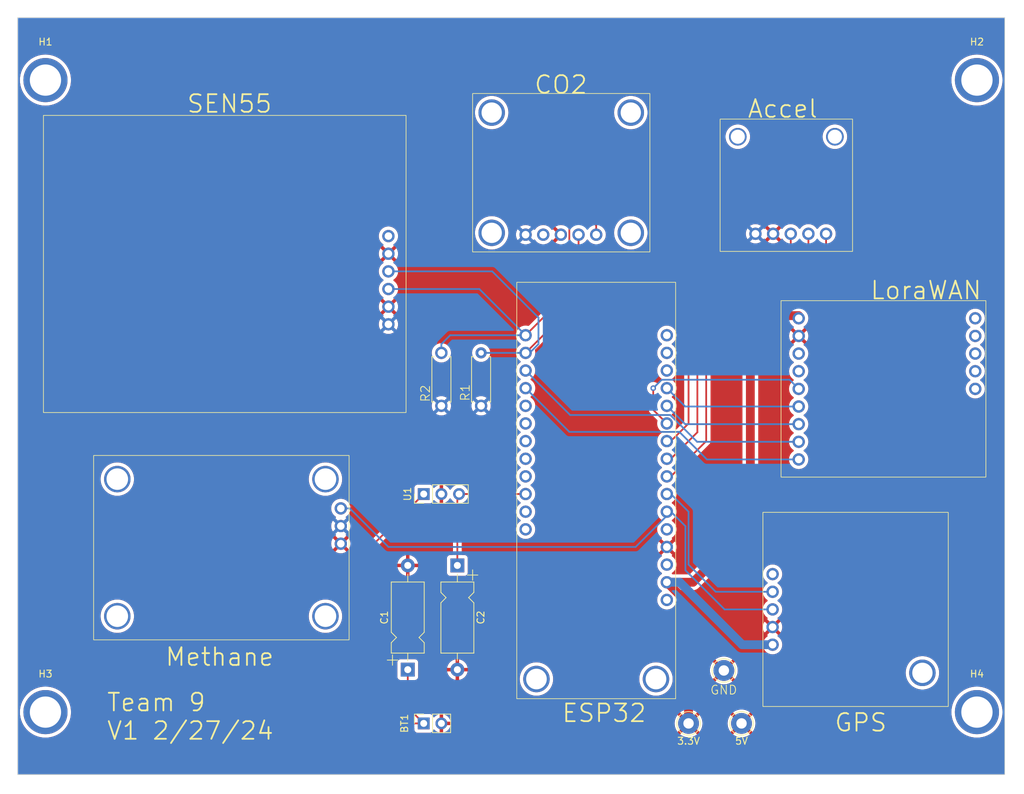
<source format=kicad_pcb>
(kicad_pcb (version 20221018) (generator pcbnew)
  (layers (0 "F.Cu" signal) (31 "B.Cu" signal) (34 "B.Paste" user) (35 "F.Paste" user) (36 "B.SilkS" user "B.Silkscreen") (37 "F.SilkS" user "F.Silkscreen") (38 "B.Mask" user) (39 "F.Mask" user) (44 "Edge.Cuts" user))
  (net 0 "")
  (net 1 "+5V")
  (net 2 "Net-(CO2-SCL)")
  (net 3 "Net-(CO2-SDA)")
  (net 4 "GND")
  (net 5 "Net-(Accelerometer1-Zout)")
  (net 6 "Net-(Accelerometer1-Yout)")
  (net 7 "Net-(Accelerometer1-Xout)")
  (net 10 "Net-(ESP32-WROOM-32E1-TX)")
  (net 11 "Net-(ESP32-WROOM-32E1-RX)")
  (net 12 "+3.3V")
  (net 14 "Net-(ESP32-WROOM-32E1-SCK)")
  (net 15 "Net-(ESP32-WROOM-32E1-MISO)")
  (net 16 "Net-(ESP32-WROOM-32E1-MOSI)")
  (net 17 "Net-(ESP32-WROOM-32E1-D04)")
  (net 18 "Net-(ESP32-WROOM-32E1-D06)")
  (net 24 "Net-(BT1-+)")
  (net 25 "Net-(ESP32-WROOM-32E1-A2)")
  (net 39 "Net-(ESP32-WROOM-32E1-VBUS{slash}LED)")
  (footprint "my-sensors:SEN55" (layer "F.Cu") (at 106.68 107.6468 180)
    (fp_text reference "SEN55" (at 25.4 44.45 unlocked) (layer "F.SilkS") (effects (font (size 2.54 2.54) (thickness 0.254))))
    (fp_text value "~")
    (fp_rect (start 0 0) (end 52.1716 42.7736) (stroke (width 0.1)) (fill none) (layer "F.SilkS"))
    (pad "1" thru_hole circle (at 2.54 12.7 180) (size 1.778 1.778) (drill 1.0922) (layers "*.Cu" "*.Mask") (net 1 "+5V"))
    (pad "2" thru_hole circle (at 2.54 15.24 180) (size 1.778 1.778) (drill 1.0922) (layers "*.Cu" "*.Mask") (net 4 "GND"))
    (pad "3" thru_hole circle (at 2.54 17.78 180) (size 1.778 1.778) (drill 1.0922) (layers "*.Cu" "*.Mask") (net 3 "Net-(CO2-SDA)"))
    (pad "4" thru_hole circle (at 2.54 20.32 180) (size 1.778 1.778) (drill 1.0922) (layers "*.Cu" "*.Mask") (net 2 "Net-(CO2-SCL)"))
    (pad "5" thru_hole circle (at 2.54 22.86 180) (size 1.778 1.778) (drill 1.0922) (layers "*.Cu" "*.Mask") (net 4 "GND"))
    (pad "6" thru_hole circle (at 2.54 25.4 180) (size 1.778 1.778) (drill 1.0922) (layers "*.Cu" "*.Mask"))
  )
  (footprint "Connector_PinSocket_2.54mm:PinSocket_1x02_P2.54mm_Vertical" (layer "F.Cu") (at 109.22 152.4 90)
    (fp_text reference "BT1" (at 0 -2.77 90) (layer "F.SilkS"))
    (fp_text value "Battery")
    (fp_line (start -1.33 1.27) (end -1.33 3.87) (stroke (width 0.12)) (layer "F.SilkS"))
    (fp_line (start -1.33 1.27) (end 1.33 1.27) (stroke (width 0.12)) (layer "F.SilkS"))
    (fp_line (start -1.33 3.87) (end 1.33 3.87) (stroke (width 0.12)) (layer "F.SilkS"))
    (fp_line (start 0 -1.33) (end 1.33 -1.33) (stroke (width 0.12)) (layer "F.SilkS"))
    (fp_line (start 1.33 -1.33) (end 1.33 0) (stroke (width 0.12)) (layer "F.SilkS"))
    (fp_line (start 1.33 1.27) (end 1.33 3.87) (stroke (width 0.12)) (layer "F.SilkS"))
    (pad "1" thru_hole rect (at 0 0 90) (size 1.7 1.7) (drill 1) (layers "*.Cu" "*.Mask") (net 24 "Net-(BT1-+)"))
    (pad "2" thru_hole oval (at 0 2.54 90) (size 1.7 1.7) (drill 1) (layers "*.Cu" "*.Mask") (net 4 "GND"))
  )
  (footprint "my-sensors:Methane" (layer "F.Cu") (at 61.7331 113.8285)
    (fp_text reference "Methane3")
    (fp_text value "~")
    (fp_text user "Methane" (at 10.16 30.48 unlocked) (layer "F.SilkS") (effects (font (size 2.54 2.54) (thickness 0.254)) (justify left bottom)))
    (fp_rect (start 0 0) (end 36.7538 26.543) (stroke (width 0.1)) (fill none) (layer "F.SilkS"))
    (pad "1" thru_hole circle (at 35.56 7.62) (size 1.778 1.778) (drill 1.0922) (layers "*.Cu" "*.Mask") (net 25 "Net-(ESP32-WROOM-32E1-A2)"))
    (pad "2" thru_hole circle (at 35.56 10.16) (size 1.778 1.778) (drill 1.0922) (layers "*.Cu" "*.Mask") (net 1 "+5V"))
    (pad "3" thru_hole circle (at 35.56 12.7) (size 1.778 1.778) (drill 1.0922) (layers "*.Cu" "*.Mask") (net 4 "GND"))
    (pad "4" thru_hole circle (at 3.4036 3.4036 270) (size 3.81 3.81) (drill 3.0988) (layers "*.Cu" "*.Mask"))
    (pad "5" thru_hole circle (at 33.3502 3.4036 270) (size 3.81 3.81) (drill 3.0988) (layers "*.Cu" "*.Mask"))
    (pad "6" thru_hole circle (at 3.4036 23.1394 270) (size 3.81 3.81) (drill 3.0988) (layers "*.Cu" "*.Mask"))
    (pad "7" thru_hole circle (at 33.3502 23.1394 270) (size 3.81 3.81) (drill 3.0988) (layers "*.Cu" "*.Mask"))
  )
  (footprint "Resistor_THT:R_Axial_DIN0207_L6.3mm_D2.5mm_P7.62mm_Horizontal" (layer "F.Cu") (at 117.475 106.68 90)
    (fp_text reference "R1" (at 1.905 -2.286 90) (layer "F.SilkS") (effects (font (size 1.27 1.27) (thickness 0.127))))
    (fp_text value "4.7k" hide)
    (fp_line (start 0.54 -1.37) (end 7.08 -1.37) (stroke (width 0.12)) (layer "F.SilkS"))
    (fp_line (start 0.54 -1.04) (end 0.54 -1.37) (stroke (width 0.12)) (layer "F.SilkS"))
    (fp_line (start 0.54 1.04) (end 0.54 1.37) (stroke (width 0.12)) (layer "F.SilkS"))
    (fp_line (start 0.54 1.37) (end 7.08 1.37) (stroke (width 0.12)) (layer "F.SilkS"))
    (fp_line (start 7.08 -1.37) (end 7.08 -1.04) (stroke (width 0.12)) (layer "F.SilkS"))
    (fp_line (start 7.08 1.37) (end 7.08 1.04) (stroke (width 0.12)) (layer "F.SilkS"))
    (pad "1" thru_hole circle (at 0 0 90) (size 1.778 1.778) (drill 1.0922) (layers "*.Cu" "*.Mask") (net 1 "+5V"))
    (pad "2" thru_hole oval (at 7.62 0 90) (size 1.6 1.6) (drill 0.8) (layers "*.Cu" "*.Mask") (net 2 "Net-(CO2-SCL)"))
  )
  (footprint "Capacitor_THT:CP_Axial_L10.0mm_D4.5mm_P15.00mm_Horizontal" (layer "F.Cu") (at 114.0575 129.66 -90)
    (fp_text reference "C2" (at 7.5 -3.37 90) (layer "F.SilkS"))
    (fp_text value "0.1")
    (fp_line (start 0.63 -2.2) (end 2.13 -2.2) (stroke (width 0.12)) (layer "F.SilkS"))
    (fp_line (start 1.24 0) (end 2.38 0) (stroke (width 0.12)) (layer "F.SilkS"))
    (fp_line (start 1.38 -2.95) (end 1.38 -1.45) (stroke (width 0.12)) (layer "F.SilkS"))
    (fp_line (start 2.38 -2.37) (end 2.38 2.37) (stroke (width 0.12)) (layer "F.SilkS"))
    (fp_line (start 2.38 -2.37) (end 3.88 -2.37) (stroke (width 0.12)) (layer "F.SilkS"))
    (fp_line (start 2.38 2.37) (end 3.88 2.37) (stroke (width 0.12)) (layer "F.SilkS"))
    (fp_line (start 3.88 -2.37) (end 4.63 -1.62) (stroke (width 0.12)) (layer "F.SilkS"))
    (fp_line (start 3.88 2.37) (end 4.63 1.62) (stroke (width 0.12)) (layer "F.SilkS"))
    (fp_line (start 4.63 -1.62) (end 5.38 -2.37) (stroke (width 0.12)) (layer "F.SilkS"))
    (fp_line (start 4.63 1.62) (end 5.38 2.37) (stroke (width 0.12)) (layer "F.SilkS"))
    (fp_line (start 5.38 -2.37) (end 12.62 -2.37) (stroke (width 0.12)) (layer "F.SilkS"))
    (fp_line (start 5.38 2.37) (end 12.62 2.37) (stroke (width 0.12)) (layer "F.SilkS"))
    (fp_line (start 12.62 -2.37) (end 12.62 2.37) (stroke (width 0.12)) (layer "F.SilkS"))
    (fp_line (start 13.76 0) (end 12.62 0) (stroke (width 0.12)) (layer "F.SilkS"))
    (pad "1" thru_hole rect (at 0 0 270) (size 2 2) (drill 1) (layers "*.Cu" "*.Mask") (net 39 "Net-(ESP32-WROOM-32E1-VBUS{slash}LED)"))
    (pad "2" thru_hole oval (at 15 0 270) (size 2 2) (drill 1) (layers "*.Cu" "*.Mask") (net 4 "GND"))
  )
  (footprint "MountingHole:MountingHole_4.5mm_Pad" (layer "F.Cu") (at 54.8005 150.7744)
    (fp_text reference "H3" (at 0 -5.5) (layer "F.SilkS"))
    (fp_text value "MountingHole")
    (pad "3" thru_hole circle (at 0 0) (size 6.35 6.35) (drill 4.5) (layers "*.Cu" "*.Mask"))
  )
  (footprint "Resistor_THT:R_Axial_DIN0207_L6.3mm_D2.5mm_P7.62mm_Horizontal" (layer "F.Cu") (at 111.76 106.68 90)
    (fp_text reference "R2" (at 1.778 -2.286 90) (layer "F.SilkS") (effects (font (size 1.27 1.27) (thickness 0.127))))
    (fp_text value "4.7k" hide)
    (fp_line (start 0.54 -1.37) (end 7.08 -1.37) (stroke (width 0.12)) (layer "F.SilkS"))
    (fp_line (start 0.54 -1.04) (end 0.54 -1.37) (stroke (width 0.12)) (layer "F.SilkS"))
    (fp_line (start 0.54 1.04) (end 0.54 1.37) (stroke (width 0.12)) (layer "F.SilkS"))
    (fp_line (start 0.54 1.37) (end 7.08 1.37) (stroke (width 0.12)) (layer "F.SilkS"))
    (fp_line (start 7.08 -1.37) (end 7.08 -1.04) (stroke (width 0.12)) (layer "F.SilkS"))
    (fp_line (start 7.08 1.37) (end 7.08 1.04) (stroke (width 0.12)) (layer "F.SilkS"))
    (pad "1" thru_hole circle (at 0 0 90) (size 1.778 1.778) (drill 1.0922) (layers "*.Cu" "*.Mask") (net 1 "+5V"))
    (pad "2" thru_hole circle (at 7.62 0 90) (size 1.778 1.778) (drill 1.0922) (layers "*.Cu" "*.Mask") (net 3 "Net-(CO2-SDA)"))
  )
  (footprint "Capacitor_THT:CP_Axial_L10.0mm_D4.5mm_P15.00mm_Horizontal" (layer "F.Cu") (at 106.9225 144.66 90)
    (fp_text reference "C1" (at 7.5 -3.37 90) (layer "F.SilkS"))
    (fp_text value "0.22")
    (fp_line (start 0.63 -2.2) (end 2.13 -2.2) (stroke (width 0.12)) (layer "F.SilkS"))
    (fp_line (start 1.24 0) (end 2.38 0) (stroke (width 0.12)) (layer "F.SilkS"))
    (fp_line (start 1.38 -2.95) (end 1.38 -1.45) (stroke (width 0.12)) (layer "F.SilkS"))
    (fp_line (start 2.38 -2.37) (end 2.38 2.37) (stroke (width 0.12)) (layer "F.SilkS"))
    (fp_line (start 2.38 -2.37) (end 3.88 -2.37) (stroke (width 0.12)) (layer "F.SilkS"))
    (fp_line (start 2.38 2.37) (end 3.88 2.37) (stroke (width 0.12)) (layer "F.SilkS"))
    (fp_line (start 3.88 -2.37) (end 4.63 -1.62) (stroke (width 0.12)) (layer "F.SilkS"))
    (fp_line (start 3.88 2.37) (end 4.63 1.62) (stroke (width 0.12)) (layer "F.SilkS"))
    (fp_line (start 4.63 -1.62) (end 5.38 -2.37) (stroke (width 0.12)) (layer "F.SilkS"))
    (fp_line (start 4.63 1.62) (end 5.38 2.37) (stroke (width 0.12)) (layer "F.SilkS"))
    (fp_line (start 5.38 -2.37) (end 12.62 -2.37) (stroke (width 0.12)) (layer "F.SilkS"))
    (fp_line (start 5.38 2.37) (end 12.62 2.37) (stroke (width 0.12)) (layer "F.SilkS"))
    (fp_line (start 12.62 -2.37) (end 12.62 2.37) (stroke (width 0.12)) (layer "F.SilkS"))
    (fp_line (start 13.76 0) (end 12.62 0) (stroke (width 0.12)) (layer "F.SilkS"))
    (pad "1" thru_hole rect (at 0 0 90) (size 2 2) (drill 1) (layers "*.Cu" "*.Mask") (net 24 "Net-(BT1-+)"))
    (pad "2" thru_hole oval (at 15 0 90) (size 2 2) (drill 1) (layers "*.Cu" "*.Mask") (net 4 "GND"))
  )
  (footprint "TestPoint:TestPoint_Loop_D2.54mm_Drill1.5mm_Beaded" (layer "F.Cu") (at 152.4 144.78)
    (fp_text reference "TP1")
    (fp_text value "TestPoint")
    (fp_text user "GND" (at -2.032 3.556 unlocked) (layer "F.SilkS") (effects (font (size 1.27 1.27) (thickness 0.127)) (justify left bottom)))
    (fp_circle (center 0 0) (end 1.7 0) (stroke (width 0.12)) (fill none) (layer "F.SilkS"))
    (pad "1" thru_hole circle (at 0 0) (size 3 3) (drill 1.5) (layers "*.Cu" "*.Mask") (net 4 "GND"))
  )
  (footprint "TestPoint:TestPoint_Loop_D2.54mm_Drill1.5mm_Beaded" (layer "F.Cu") (at 154.94 152.4)
    (fp_text reference "5V" (at 0 2.54) (layer "F.SilkS"))
    (fp_text value "TestPoint")
    (fp_circle (center 0 0) (end 1.7 0) (stroke (width 0.12)) (fill none) (layer "F.SilkS"))
    (pad "1" thru_hole circle (at 0 0) (size 3 3) (drill 1.5) (layers "*.Cu" "*.Mask") (net 1 "+5V"))
  )
  (footprint "MountingHole:MountingHole_4.5mm_Pad" (layer "F.Cu") (at 188.8109 59.7916)
    (fp_text reference "H2" (at 0 -5.5) (layer "F.SilkS"))
    (fp_text value "MountingHole")
    (pad "2" thru_hole circle (at 0 0) (size 6.35 6.35) (drill 4.5) (layers "*.Cu" "*.Mask"))
  )
  (footprint "my-sensors:ESP32" (layer "F.Cu") (at 122.6058 88.9)
    (fp_text reference "ESP32-WROOM-32E1")
    (fp_text value "~")
    (fp_text user "ESP32" (at 6.35 63.5 unlocked) (layer "F.SilkS") (effects (font (size 2.54 2.54) (thickness 0.254)) (justify left bottom)))
    (fp_rect (start 0 0) (end 22.86 59.944) (stroke (width 0.1)) (fill none) (layer "F.SilkS"))
    (pad "1" thru_hole circle (at 1.27 7.62) (size 1.778 1.778) (drill 1.0922) (layers "*.Cu" "*.Mask") (net 3 "Net-(CO2-SDA)"))
    (pad "2" thru_hole circle (at 1.27 10.16) (size 1.778 1.778) (drill 1.0922) (layers "*.Cu" "*.Mask") (net 2 "Net-(CO2-SCL)"))
    (pad "3" thru_hole circle (at 1.27 12.7) (size 1.778 1.778) (drill 1.0922) (layers "*.Cu" "*.Mask") (net 17 "Net-(ESP32-WROOM-32E1-D04)"))
    (pad "4" thru_hole circle (at 1.27 15.24) (size 1.778 1.778) (drill 1.0922) (layers "*.Cu" "*.Mask") (net 18 "Net-(ESP32-WROOM-32E1-D06)"))
    (pad "5" thru_hole circle (at 1.27 17.78) (size 1.778 1.778) (drill 1.0922) (layers "*.Cu" "*.Mask"))
    (pad "6" thru_hole circle (at 1.27 20.32) (size 1.778 1.778) (drill 1.0922) (layers "*.Cu" "*.Mask"))
    (pad "7" thru_hole circle (at 1.27 22.86) (size 1.778 1.778) (drill 1.0922) (layers "*.Cu" "*.Mask"))
    (pad "8" thru_hole circle (at 1.27 25.4) (size 1.778 1.778) (drill 1.0922) (layers "*.Cu" "*.Mask"))
    (pad "9" thru_hole circle (at 1.27 27.94) (size 1.778 1.778) (drill 1.0922) (layers "*.Cu" "*.Mask"))
    (pad "10" thru_hole circle (at 1.27 30.48) (size 1.778 1.778) (drill 1.0922) (layers "*.Cu" "*.Mask") (net 39 "Net-(ESP32-WROOM-32E1-VBUS{slash}LED)"))
    (pad "11" thru_hole circle (at 1.27 33.02) (size 1.778 1.778) (drill 1.0922) (layers "*.Cu" "*.Mask"))
    (pad "12" thru_hole circle (at 1.27 35.56) (size 1.778 1.778) (drill 1.0922) (layers "*.Cu" "*.Mask"))
    (pad "13" thru_hole circle (at 21.59 45.72) (size 1.778 1.778) (drill 1.0922) (layers "*.Cu" "*.Mask"))
    (pad "14" thru_hole circle (at 21.59 43.18) (size 1.778 1.778) (drill 1.0922) (layers "*.Cu" "*.Mask") (net 12 "+3.3V"))
    (pad "15" thru_hole circle (at 21.59 40.64) (size 1.778 1.778) (drill 1.0922) (layers "*.Cu" "*.Mask"))
    (pad "16" thru_hole circle (at 21.59 38.1) (size 1.778 1.778) (drill 1.0922) (layers "*.Cu" "*.Mask") (net 4 "GND"))
    (pad "17" thru_hole circle (at 21.59 35.56) (size 1.778 1.778) (drill 1.0922) (layers "*.Cu" "*.Mask"))
    (pad "18" thru_hole circle (at 21.59 33.02) (size 1.778 1.778) (drill 1.0922) (layers "*.Cu" "*.Mask"))
    (pad "19" thru_hole circle (at 21.59 30.48) (size 1.778 1.778) (drill 1.0922) (layers "*.Cu" "*.Mask") (net 25 "Net-(ESP32-WROOM-32E1-A2)"))
    (pad "20" thru_hole circle (at 21.59 27.94) (size 1.778 1.778) (drill 1.0922) (layers "*.Cu" "*.Mask") (net 7 "Net-(Accelerometer1-Xout)"))
    (pad "21" thru_hole circle (at 21.59 25.4) (size 1.778 1.778) (drill 1.0922) (layers "*.Cu" "*.Mask") (net 6 "Net-(Accelerometer1-Yout)"))
    (pad "22" thru_hole circle (at 21.59 22.86) (size 1.778 1.778) (drill 1.0922) (layers "*.Cu" "*.Mask") (net 5 "Net-(Accelerometer1-Zout)"))
    (pad "23" thru_hole circle (at 21.59 20.32) (size 1.778 1.778) (drill 1.0922) (layers "*.Cu" "*.Mask") (net 14 "Net-(ESP32-WROOM-32E1-SCK)"))
    (pad "24" thru_hole circle (at 21.59 17.78) (size 1.778 1.778) (drill 1.0922) (layers "*.Cu" "*.Mask") (net 16 "Net-(ESP32-WROOM-32E1-MOSI)"))
    (pad "25" thru_hole circle (at 21.59 15.24) (size 1.778 1.778) (drill 1.0922) (layers "*.Cu" "*.Mask") (net 15 "Net-(ESP32-WROOM-32E1-MISO)"))
    (pad "26" thru_hole circle (at 21.59 12.7) (size 1.778 1.778) (drill 1.0922) (layers "*.Cu" "*.Mask") (net 11 "Net-(ESP32-WROOM-32E1-RX)"))
    (pad "27" thru_hole circle (at 21.59 10.16) (size 1.778 1.778) (drill 1.0922) (layers "*.Cu" "*.Mask") (net 10 "Net-(ESP32-WROOM-32E1-TX)"))
    (pad "28" thru_hole circle (at 21.59 7.62) (size 1.778 1.778) (drill 1.0922) (layers "*.Cu" "*.Mask"))
    (pad "29" thru_hole circle (at 2.8321 57.1119) (size 3.81 3.81) (drill 2.9718) (layers "*.Cu" "*.Mask"))
    (pad "30" thru_hole circle (at 20.0279 57.1119) (size 3.81 3.81) (drill 2.9718) (layers "*.Cu" "*.Mask"))
  )
  (footprint "my-sensors:Accelerometer" (layer "F.Cu") (at 151.865 65.405)
    (fp_text reference "Accelerometer1")
    (fp_text value "~")
    (fp_text user "Accel" (at 3.81 0 unlocked) (layer "F.SilkS") (effects (font (size 2.54 2.54) (thickness 0.254)) (justify left bottom)))
    (fp_rect (start 0 0) (end 19.05 19.05) (stroke (width 0.1)) (fill none) (layer "F.SilkS"))
    (pad "1" thru_hole circle (at 5.08 16.51) (size 1.778 1.778) (drill 1.0922) (layers "*.Cu" "*.Mask") (net 1 "+5V"))
    (pad "2" thru_hole circle (at 7.62 16.51) (size 1.778 1.778) (drill 1.0922) (layers "*.Cu" "*.Mask") (net 4 "GND"))
    (pad "3" thru_hole circle (at 10.16 16.51) (size 1.778 1.778) (drill 1.0922) (layers "*.Cu" "*.Mask") (net 5 "Net-(Accelerometer1-Zout)"))
    (pad "4" thru_hole circle (at 12.7 16.51) (size 1.778 1.778) (drill 1.0922) (layers "*.Cu" "*.Mask") (net 6 "Net-(Accelerometer1-Yout)"))
    (pad "5" thru_hole circle (at 15.24 16.51) (size 1.778 1.778) (drill 1.0922) (layers "*.Cu" "*.Mask") (net 7 "Net-(Accelerometer1-Xout)"))
    (pad "6" thru_hole circle (at 2.54 2.54) (size 2.54 2.54) (drill 2.032) (layers "*.Cu" "*.Mask"))
    (pad "7" thru_hole circle (at 16.51 2.54) (size 2.54 2.54) (drill 2.032) (layers "*.Cu" "*.Mask"))
  )
  (footprint "Connector_PinHeader_2.54mm:PinHeader_1x03_P2.54mm_Vertical" (layer "F.Cu") (at 109.22 119.38 90)
    (fp_text reference "U1" (at 0 -2.33 90) (layer "F.SilkS"))
    (fp_text value "L7805")
    (fp_line (start -1.33 -1.33) (end 0 -1.33) (stroke (width 0.12)) (layer "F.SilkS"))
    (fp_line (start -1.33 0) (end -1.33 -1.33) (stroke (width 0.12)) (layer "F.SilkS"))
    (fp_line (start -1.33 1.27) (end -1.33 6.41) (stroke (width 0.12)) (layer "F.SilkS"))
    (fp_line (start -1.33 1.27) (end 1.33 1.27) (stroke (width 0.12)) (layer "F.SilkS"))
    (fp_line (start -1.33 6.41) (end 1.33 6.41) (stroke (width 0.12)) (layer "F.SilkS"))
    (fp_line (start 1.33 1.27) (end 1.33 6.41) (stroke (width 0.12)) (layer "F.SilkS"))
    (pad "1" thru_hole rect (at 0 0 90) (size 1.7 1.7) (drill 1) (layers "*.Cu" "*.Mask") (net 24 "Net-(BT1-+)"))
    (pad "2" thru_hole oval (at 0 2.54 90) (size 1.7 1.7) (drill 1) (layers "*.Cu" "*.Mask") (net 4 "GND"))
    (pad "3" thru_hole oval (at 0 5.08 90) (size 1.7 1.7) (drill 1) (layers "*.Cu" "*.Mask") (net 39 "Net-(ESP32-WROOM-32E1-VBUS{slash}LED)"))
  )
  (footprint "MountingHole:MountingHole_4.5mm_Pad" (layer "F.Cu") (at 54.8005 59.7916)
    (fp_text reference "H1" (at 0 -5.5) (layer "F.SilkS"))
    (fp_text value "MountingHole")
    (pad "1" thru_hole circle (at 0 0) (size 6.35 6.35) (drill 4.5) (layers "*.Cu" "*.Mask"))
  )
  (footprint "TestPoint:TestPoint_Loop_D2.54mm_Drill1.5mm_Beaded" (layer "F.Cu") (at 147.32 152.4)
    (fp_text reference "3.3V" (at 0 2.54) (layer "F.SilkS"))
    (fp_text value "TestPoint")
    (fp_circle (center 0 0) (end 1.7 0) (stroke (width 0.12)) (fill none) (layer "F.SilkS"))
    (pad "1" thru_hole circle (at 0 0) (size 3 3) (drill 1.5) (layers "*.Cu" "*.Mask") (net 12 "+3.3V"))
  )
  (footprint "my-sensors:GPS" (layer "F.Cu") (at 184.685 122.02 -90)
    (fp_text reference "GPS1")
    (fp_text value "~")
    (fp_text user "GPS" (at 31.75 16.51 unlocked) (layer "F.SilkS") (effects (font (size 2.54 2.54) (thickness 0.254)) (justify left bottom)))
    (fp_rect (start 0 0) (end 27.94 26.67) (stroke (width 0.1)) (fill none) (layer "F.SilkS"))
    (pad "1" thru_hole circle (at 8.89 25.273 270) (size 1.778 1.778) (drill 1.0922) (layers "*.Cu" "*.Mask"))
    (pad "2" thru_hole circle (at 11.43 25.273 270) (size 1.778 1.778) (drill 1.0922) (layers "*.Cu" "*.Mask") (net 10 "Net-(ESP32-WROOM-32E1-TX)"))
    (pad "3" thru_hole circle (at 13.97 25.273 270) (size 1.778 1.778) (drill 1.0922) (layers "*.Cu" "*.Mask") (net 11 "Net-(ESP32-WROOM-32E1-RX)"))
    (pad "4" thru_hole circle (at 16.51 25.273 270) (size 1.778 1.778) (drill 1.0922) (layers "*.Cu" "*.Mask") (net 4 "GND"))
    (pad "5" thru_hole circle (at 19.05 25.273 270) (size 1.778 1.778) (drill 1.0922) (layers "*.Cu" "*.Mask") (net 12 "+3.3V"))
    (pad "6" thru_hole circle (at 23.1013 3.7211 270) (size 3.81 3.81) (drill 2.921) (layers "*.Cu" "*.Mask"))
  )
  (footprint "my-sensors:LoraWAN" (layer "F.Cu") (at 160.628 91.54)
    (fp_text reference "LoraWAN1")
    (fp_text value "~")
    (fp_text user "LoraWAN" (at 12.7 0 unlocked) (layer "F.SilkS") (effects (font (size 2.54 2.54) (thickness 0.254)) (justify left bottom)))
    (fp_rect (start 0 0) (end 29.464 25.4) (stroke (width 0.1)) (fill none) (layer "F.SilkS"))
    (pad "1" thru_hole circle (at 2.54 2.54 270) (size 1.778 1.778) (drill 1.0922) (layers "*.Cu" "*.Mask") (net 12 "+3.3V"))
    (pad "2" thru_hole circle (at 2.54 5.08 270) (size 1.778 1.778) (drill 1.0922) (layers "*.Cu" "*.Mask") (net 4 "GND"))
    (pad "3" thru_hole circle (at 2.54 7.62 270) (size 1.778 1.778) (drill 1.0922) (layers "*.Cu" "*.Mask"))
    (pad "4" thru_hole circle (at 2.54 10.16 270) (size 1.778 1.778) (drill 1.0922) (layers "*.Cu" "*.Mask"))
    (pad "5" thru_hole circle (at 2.54 12.7 270) (size 1.778 1.778) (drill 1.0922) (layers "*.Cu" "*.Mask") (net 14 "Net-(ESP32-WROOM-32E1-SCK)"))
    (pad "6" thru_hole circle (at 2.54 15.24 270) (size 1.778 1.778) (drill 1.0922) (layers "*.Cu" "*.Mask") (net 15 "Net-(ESP32-WROOM-32E1-MISO)"))
    (pad "7" thru_hole circle (at 2.54 17.78 270) (size 1.778 1.778) (drill 1.0922) (layers "*.Cu" "*.Mask") (net 16 "Net-(ESP32-WROOM-32E1-MOSI)"))
    (pad "8" thru_hole circle (at 2.54 20.32 270) (size 1.778 1.778) (drill 1.0922) (layers "*.Cu" "*.Mask") (net 17 "Net-(ESP32-WROOM-32E1-D04)"))
    (pad "9" thru_hole circle (at 2.54 22.86 270) (size 1.778 1.778) (drill 1.0922) (layers "*.Cu" "*.Mask") (net 18 "Net-(ESP32-WROOM-32E1-D06)"))
    (pad "10" thru_hole circle (at 27.94 12.7 270) (size 1.778 1.778) (drill 1.0922) (layers "*.Cu" "*.Mask"))
    (pad "11" thru_hole circle (at 27.94 10.16 270) (size 1.778 1.778) (drill 1.0922) (layers "*.Cu" "*.Mask"))
    (pad "12" thru_hole circle (at 27.94 7.62 270) (size 1.778 1.778) (drill 1.0922) (layers "*.Cu" "*.Mask"))
    (pad "13" thru_hole circle (at 27.94 5.08 270) (size 1.778 1.778) (drill 1.0922) (layers "*.Cu" "*.Mask"))
    (pad "14" thru_hole circle (at 27.94 2.54 270) (size 1.778 1.778) (drill 1.0922) (layers "*.Cu" "*.Mask"))
  )
  (footprint "MountingHole:MountingHole_4.5mm_Pad" (layer "F.Cu") (at 188.8109 150.7744)
    (fp_text reference "H4" (at 0 -5.5) (layer "F.SilkS"))
    (fp_text value "MountingHole")
    (pad "4" thru_hole circle (at 0 0) (size 6.35 6.35) (drill 4.5) (layers "*.Cu" "*.Mask"))
  )
  (footprint "my-sensors:CO2" (layer "F.Cu") (at 116.255 61.725)
    (fp_text reference "CO2" (at 12.7 -1.27 unlocked) (layer "F.SilkS") (effects (font (size 2.54 2.54) (thickness 0.254))))
    (fp_text value "~")
    (fp_rect (start 0 0) (end 25.5 22.8) (stroke (width 0.1)) (fill none) (layer "F.SilkS"))
    (pad "1" thru_hole circle (at 7.62 20.32) (size 1.778 1.778) (drill 1.0922) (layers "*.Cu" "*.Mask") (net 1 "+5V"))
    (pad "2" thru_hole circle (at 10.16 20.32) (size 1.778 1.778) (drill 1.0922) (layers "*.Cu" "*.Mask"))
    (pad "3" thru_hole circle (at 12.7 20.32) (size 1.778 1.778) (drill 1.0922) (layers "*.Cu" "*.Mask") (net 4 "GND"))
    (pad "4" thru_hole circle (at 15.24 20.32) (size 1.778 1.778) (drill 1.0922) (layers "*.Cu" "*.Mask") (net 2 "Net-(CO2-SCL)"))
    (pad "5" thru_hole circle (at 17.78 20.32) (size 1.778 1.778) (drill 1.0922) (layers "*.Cu" "*.Mask") (net 3 "Net-(CO2-SDA)"))
    (pad "6" thru_hole circle (at 2.7432 2.7432 270) (size 3.81 3.81) (drill 2.921) (layers "*.Cu" "*.Mask"))
    (pad "7" thru_hole circle (at 22.75586 2.7432 270) (size 3.81 3.81) (drill 2.921) (layers "*.Cu" "*.Mask"))
    (pad "8" thru_hole circle (at 2.7432 20.05584 270) (size 3.81 3.81) (drill 2.921) (layers "*.Cu" "*.Mask"))
    (pad "9" thru_hole circle (at 22.75586 20.05584 270) (size 3.81 3.81) (drill 2.921) (layers "*.Cu" "*.Mask"))
  )
  (gr_rect (start 50.8 50.8) (end 192.8114 159.766) (stroke (width 0.1)) (fill none) (layer "Edge.Cuts"))
  (gr_text "Team 9\nV1 2/27/24" (at 63.5 154.94) (layer "F.SilkS") (effects (font (size 2.54 2.54) (thickness 0.254)) (justify left bottom)))
  (segment (start 131.495 82.045) (end 131.495 91.4408) (width 0.25) (layer "F.Cu") (net 2))
  (segment (start 131.495 91.4408) (end 123.8758 99.06) (width 0.25) (layer "F.Cu") (net 2))
  (segment (start 125.73 93.98) (end 119.0768 87.3268) (width 0.25) (layer "B.Cu") (net 2))
  (segment (start 119.0768 87.3268) (end 104.14 87.3268) (width 0.25) (layer "B.Cu") (net 2))
  (segment (start 123.8758 99.06) (end 124.46 99.06) (width 0.25) (layer "B.Cu") (net 2))
  (segment (start 123.8758 99.06) (end 117.475 99.06) (width 0.25) (layer "B.Cu") (net 2))
  (segment (start 125.73 97.79) (end 125.73 93.98) (width 0.25) (layer "B.Cu") (net 2))
  (segment (start 124.46 99.06) (end 125.73 97.79) (width 0.25) (layer "B.Cu") (net 2))
  (segment (start 133.35 80.01) (end 134.035 80.695) (width 0.25) (layer "F.Cu") (net 3))
  (segment (start 130.169 80.639) (end 130.798 80.01) (width 0.25) (layer "F.Cu") (net 3))
  (segment (start 134.035 80.695) (end 134.035 82.045) (width 0.25) (layer "F.Cu") (net 3))
  (segment (start 130.169 90.2268) (end 130.169 80.639) (width 0.25) (layer "F.Cu") (net 3))
  (segment (start 130.798 80.01) (end 133.35 80.01) (width 0.25) (layer "F.Cu") (net 3))
  (segment (start 123.8758 96.52) (end 130.169 90.2268) (width 0.25) (layer "F.Cu") (net 3))
  (segment (start 123.8758 96.52) (end 117.2226 89.8668) (width 0.25) (layer "B.Cu") (net 3))
  (segment (start 117.2226 89.8668) (end 104.14 89.8668) (width 0.25) (layer "B.Cu") (net 3))
  (segment (start 111.76 99.06) (end 111.76 97.79) (width 0.25) (layer "B.Cu") (net 3))
  (segment (start 113.03 96.52) (end 123.8758 96.52) (width 0.25) (layer "B.Cu") (net 3))
  (segment (start 111.76 97.79) (end 113.03 96.52) (width 0.25) (layer "B.Cu") (net 3))
  (segment (start 162.025 84.355) (end 159.385 86.995) (width 0.25) (layer "F.Cu") (net 5))
  (segment (start 159.385 86.995) (end 149.86 86.995) (width 0.25) (layer "F.Cu") (net 5))
  (segment (start 162.025 81.915) (end 162.025 84.355) (width 0.25) (layer "F.Cu") (net 5))
  (segment (start 149.86 86.995) (end 147.32 89.535) (width 0.25) (layer "F.Cu") (net 5))
  (segment (start 147.32 89.535) (end 147.32 109.22) (width 0.25) (layer "F.Cu") (net 5))
  (segment (start 147.32 109.22) (end 145.098198 111.441802) (width 0.25) (layer "F.Cu") (net 5))
  (segment (start 148.59 90.17) (end 148.59 110.49) (width 0.25) (layer "F.Cu") (net 6))
  (segment (start 148.59 110.49) (end 144.78 114.3) (width 0.25) (layer "F.Cu") (net 6))
  (segment (start 160.655 88.265) (end 150.495 88.265) (width 0.25) (layer "F.Cu") (net 6))
  (segment (start 150.495 88.265) (end 148.59 90.17) (width 0.25) (layer "F.Cu") (net 6))
  (segment (start 164.565 81.915) (end 164.565 84.355) (width 0.25) (layer "F.Cu") (net 6))
  (segment (start 164.565 84.355) (end 160.655 88.265) (width 0.25) (layer "F.Cu") (net 6))
  (segment (start 167.105 81.915) (end 167.105 84.99) (width 0.25) (layer "F.Cu") (net 7))
  (segment (start 167.105 84.99) (end 161.925 90.17) (width 0.25) (layer "F.Cu") (net 7))
  (segment (start 161.925 90.17) (end 151.13 90.17) (width 0.25) (layer "F.Cu") (net 7))
  (segment (start 149.86 111.76) (end 144.78 116.84) (width 0.25) (layer "F.Cu") (net 7))
  (segment (start 151.13 90.17) (end 149.86 91.44) (width 0.25) (layer "F.Cu") (net 7))
  (segment (start 149.86 91.44) (end 149.86 111.76) (width 0.25) (layer "F.Cu") (net 7))
  (segment (start 151.23 133.45) (end 147.32 129.54) (width 0.25) (layer "B.Cu") (net 10))
  (segment (start 159.412 133.45) (end 151.23 133.45) (width 0.25) (layer "B.Cu") (net 10))
  (segment (start 147.32 129.54) (end 147.32 121.92) (width 0.25) (layer "B.Cu") (net 10))
  (segment (start 147.32 121.92) (end 144.78 119.38) (width 0.25) (layer "B.Cu") (net 10))
  (segment (start 146.87 124.01) (end 144.78 121.92) (width 0.25) (layer "B.Cu") (net 11))
  (segment (start 159.412 135.99) (end 152.5 135.99) (width 0.25) (layer "B.Cu") (net 11))
  (segment (start 146.87 130.36) (end 146.87 124.01) (width 0.25) (layer "B.Cu") (net 11))
  (segment (start 152.5 135.99) (end 146.87 130.36) (width 0.25) (layer "B.Cu") (net 11))
  (segment (start 156.21 96.52) (end 156.21 123.825) (width 1.27) (layer "F.Cu") (net 12))
  (segment (start 147.32 135.2042) (end 147.32 152.4) (width 1.27) (layer "F.Cu") (net 12))
  (segment (start 156.21 123.825) (end 147.955 132.08) (width 1.27) (layer "F.Cu") (net 12))
  (segment (start 144.1958 132.08) (end 147.32 135.2042) (width 1.27) (layer "F.Cu") (net 12))
  (segment (start 163.168 93.699) (end 159.031 93.699) (width 1.27) (layer "F.Cu") (net 12))
  (segment (start 159.031 93.699) (end 156.21 96.52) (width 1.27) (layer "F.Cu") (net 12))
  (segment (start 147.955 132.08) (end 144.78 132.08) (width 1.27) (layer "F.Cu") (net 12))
  (segment (start 146.05 132.08) (end 144.78 132.08) (width 1.27) (layer "B.Cu") (net 12))
  (segment (start 155.04 141.07) (end 146.05 132.08) (width 1.27) (layer "B.Cu") (net 12))
  (segment (start 159.412 141.07) (end 155.04 141.07) (width 1.27) (layer "B.Cu") (net 12))
  (segment (start 142.24 104.14) (end 142.24 107.2642) (width 0.25) (layer "F.Cu") (net 14))
  (segment (start 142.24 107.2642) (end 144.1958 109.22) (width 0.25) (layer "F.Cu") (net 14))
  (via (at 142.24 104.14) (size 0.8) (drill 0.4) (layers "F.Cu" "B.Cu") (net 14))
  (segment (start 143.454 102.926) (end 142.24 104.14) (width 0.25) (layer "B.Cu") (net 14))
  (segment (start 161.854 102.926) (end 143.454 102.926) (width 0.25) (layer "B.Cu") (net 14))
  (segment (start 163.168 104.24) (end 161.854 102.926) (width 0.25) (layer "B.Cu") (net 14))
  (segment (start 163.168 106.78) (end 146.8358 106.78) (width 0.25) (layer "B.Cu") (net 15))
  (segment (start 146.8358 106.78) (end 144.1958 104.14) (width 0.25) (layer "B.Cu") (net 15))
  (segment (start 146.8358 109.32) (end 144.1958 106.68) (width 0.25) (layer "B.Cu") (net 16))
  (segment (start 163.168 109.32) (end 146.8358 109.32) (width 0.25) (layer "B.Cu") (net 16))
  (segment (start 163.168 111.86) (end 148.552656 111.86) (width 0.25) (layer "B.Cu") (net 17))
  (segment (start 148.552656 111.86) (end 144.698656 108.006) (width 0.25) (layer "B.Cu") (net 17))
  (segment (start 144.698656 108.006) (end 130.2818 108.006) (width 0.25) (layer "B.Cu") (net 17))
  (segment (start 130.2818 108.006) (end 123.8758 101.6) (width 0.25) (layer "B.Cu") (net 17))
  (segment (start 149.96 114.4) (end 145.994 110.434) (width 0.25) (layer "B.Cu") (net 18))
  (segment (start 163.168 114.4) (end 149.96 114.4) (width 0.25) (layer "B.Cu") (net 18))
  (segment (start 145.994 110.434) (end 130.1698 110.434) (width 0.25) (layer "B.Cu") (net 18))
  (segment (start 130.1698 110.434) (end 123.8758 104.14) (width 0.25) (layer "B.Cu") (net 18))
  (segment (start 106.9225 150.1025) (end 106.9225 144.66) (width 0.25) (layer "F.Cu") (net 24))
  (segment (start 109.22 152.4) (end 106.68 152.4) (width 0.25) (layer "F.Cu") (net 24))
  (segment (start 101.6 147.32) (end 101.6 127) (width 0.25) (layer "F.Cu") (net 24))
  (segment (start 106.68 152.4) (end 101.6 147.32) (width 0.25) (layer "F.Cu") (net 24))
  (segment (start 101.6 127) (end 109.22 119.38) (width 0.25) (layer "F.Cu") (net 24))
  (segment (start 109.22 152.4) (end 106.9225 150.1025) (width 0.25) (layer "F.Cu") (net 24))
  (segment (start 97.2931 121.4485) (end 98.5885 121.4485) (width 0.25) (layer "B.Cu") (net 25))
  (segment (start 98.5885 121.4485) (end 104.14 127) (width 0.25) (layer "B.Cu") (net 25))
  (segment (start 139.7 127) (end 144.461802 122.238198) (width 0.25) (layer "B.Cu") (net 25))
  (segment (start 104.14 127) (end 139.7 127) (width 0.25) (layer "B.Cu") (net 25))
  (segment (start 114.3 119.38) (end 123.8758 119.38) (width 0.25) (layer "F.Cu") (net 39))
  (segment (start 114.0575 119.6225) (end 114.3 119.38) (width 0.25) (layer "F.Cu") (net 39))
  (segment (start 114.0575 129.66) (end 114.0575 119.6225) (width 0.25) (layer "F.Cu") (net 39))
  (zone (net 4) (net_name "GND") (layer "F.Cu") (name "GND") (connect_pads (clearance 0.5)) (min_thickness 0.25) (fill yes (thermal_gap 0.5) (thermal_bridge_width 0.5))
    (polygon (pts (xy 48.26 48.26) (xy 195.58 48.26) (xy 195.58 162.56) (xy 48.26 162.56)))
  )
  (zone (net 1) (net_name "+5V") (layer "B.Cu") (name "5V") (priority 1) (connect_pads (clearance 0.5)) (min_thickness 0.25) (fill yes (thermal_gap 0.5) (thermal_bridge_width 0.5))
    (polygon (pts (xy 48.26 48.26) (xy 195.58 48.26) (xy 195.58 162.56) (xy 48.26 162.56)))
  )
)
</source>
